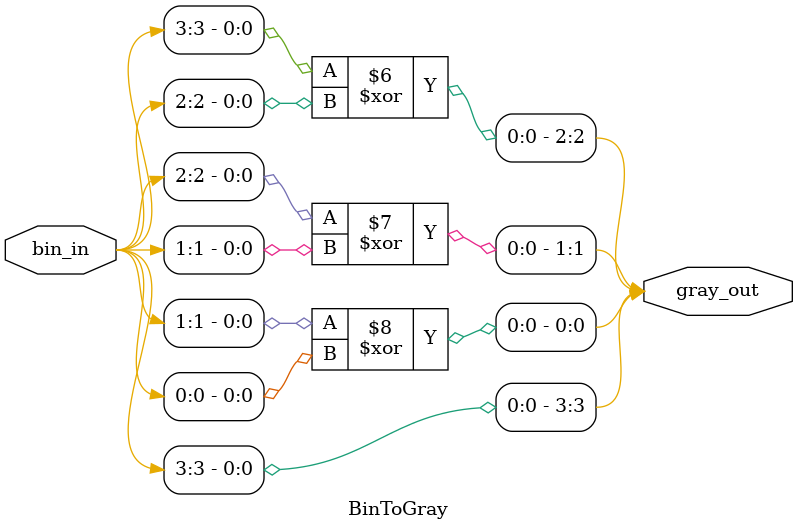
<source format=sv>
/******************************************************************************
***                                                                         ***
*** Ece 527L Experiment #4                      German Zepeda, Spring 2019  ***
*** Experiment #4, FIFO							    ***
*******************************************************************************
*** Filename: BinToGray.sv	                                            ***
***                                                                         ***
*** This file describes a binary to gray converter                          ***
*******************************************************************************
*/
`timescale 1ns/10ps
module BinToGray
#(
SIZE=4
)
(
input	[SIZE-1:0]		   bin_in,
output logic	[SIZE-1:0] gray_out
);

// combinationaly converts binary to gray code
always_comb begin : proc_convert
	gray_out =0;
	for (int i = SIZE; i > 0; i--) 
	begin
		gray_out[i-1]    = bin_in[i]^bin_in[i-1];
		gray_out[SIZE-1] = bin_in[SIZE-1];
	end
end
endmodule

</source>
